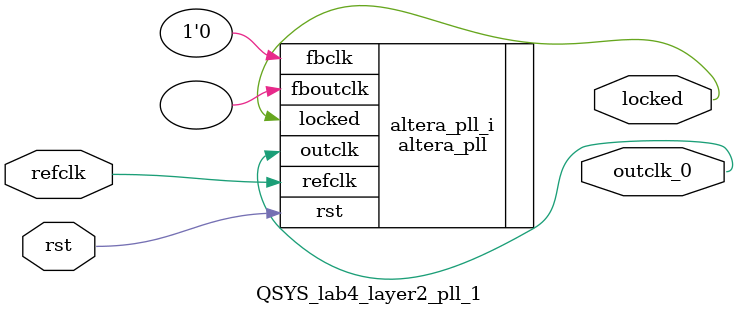
<source format=v>
`timescale 1ns/10ps
module  QSYS_lab4_layer2_pll_1(

	// interface 'refclk'
	input wire refclk,

	// interface 'reset'
	input wire rst,

	// interface 'outclk0'
	output wire outclk_0,

	// interface 'locked'
	output wire locked
);

	altera_pll #(
		.fractional_vco_multiplier("false"),
		.reference_clock_frequency("50.0 MHz"),
		.operation_mode("direct"),
		.number_of_clocks(1),
		.output_clock_frequency0("65.000000 MHz"),
		.phase_shift0("0 ps"),
		.duty_cycle0(50),
		.output_clock_frequency1("0 MHz"),
		.phase_shift1("0 ps"),
		.duty_cycle1(50),
		.output_clock_frequency2("0 MHz"),
		.phase_shift2("0 ps"),
		.duty_cycle2(50),
		.output_clock_frequency3("0 MHz"),
		.phase_shift3("0 ps"),
		.duty_cycle3(50),
		.output_clock_frequency4("0 MHz"),
		.phase_shift4("0 ps"),
		.duty_cycle4(50),
		.output_clock_frequency5("0 MHz"),
		.phase_shift5("0 ps"),
		.duty_cycle5(50),
		.output_clock_frequency6("0 MHz"),
		.phase_shift6("0 ps"),
		.duty_cycle6(50),
		.output_clock_frequency7("0 MHz"),
		.phase_shift7("0 ps"),
		.duty_cycle7(50),
		.output_clock_frequency8("0 MHz"),
		.phase_shift8("0 ps"),
		.duty_cycle8(50),
		.output_clock_frequency9("0 MHz"),
		.phase_shift9("0 ps"),
		.duty_cycle9(50),
		.output_clock_frequency10("0 MHz"),
		.phase_shift10("0 ps"),
		.duty_cycle10(50),
		.output_clock_frequency11("0 MHz"),
		.phase_shift11("0 ps"),
		.duty_cycle11(50),
		.output_clock_frequency12("0 MHz"),
		.phase_shift12("0 ps"),
		.duty_cycle12(50),
		.output_clock_frequency13("0 MHz"),
		.phase_shift13("0 ps"),
		.duty_cycle13(50),
		.output_clock_frequency14("0 MHz"),
		.phase_shift14("0 ps"),
		.duty_cycle14(50),
		.output_clock_frequency15("0 MHz"),
		.phase_shift15("0 ps"),
		.duty_cycle15(50),
		.output_clock_frequency16("0 MHz"),
		.phase_shift16("0 ps"),
		.duty_cycle16(50),
		.output_clock_frequency17("0 MHz"),
		.phase_shift17("0 ps"),
		.duty_cycle17(50),
		.pll_type("General"),
		.pll_subtype("General")
	) altera_pll_i (
		.rst	(rst),
		.outclk	({outclk_0}),
		.locked	(locked),
		.fboutclk	( ),
		.fbclk	(1'b0),
		.refclk	(refclk)
	);
endmodule


</source>
